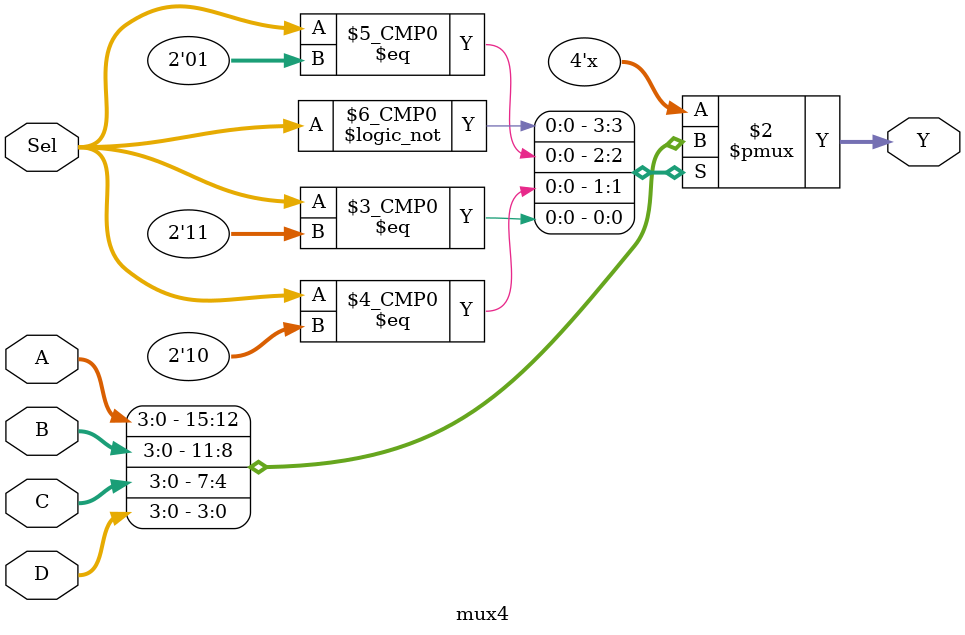
<source format=v>
module mux4(A,B, C, D, Sel, Y);

	input [3:0] A;
	input [3:0] B;
	input [3:0] C;
	input [3:0] D;
	input [1:0] Sel;
	output [3:0] Y;

	reg [3:0] Y;
	
	always @ (Sel)
	begin
		case (Sel)
		2'b00: Y = A; 
		2'b01: Y = B;
		2'b10: Y = C;
		2'b11: Y = D;
		endcase
	end

endmodule

</source>
